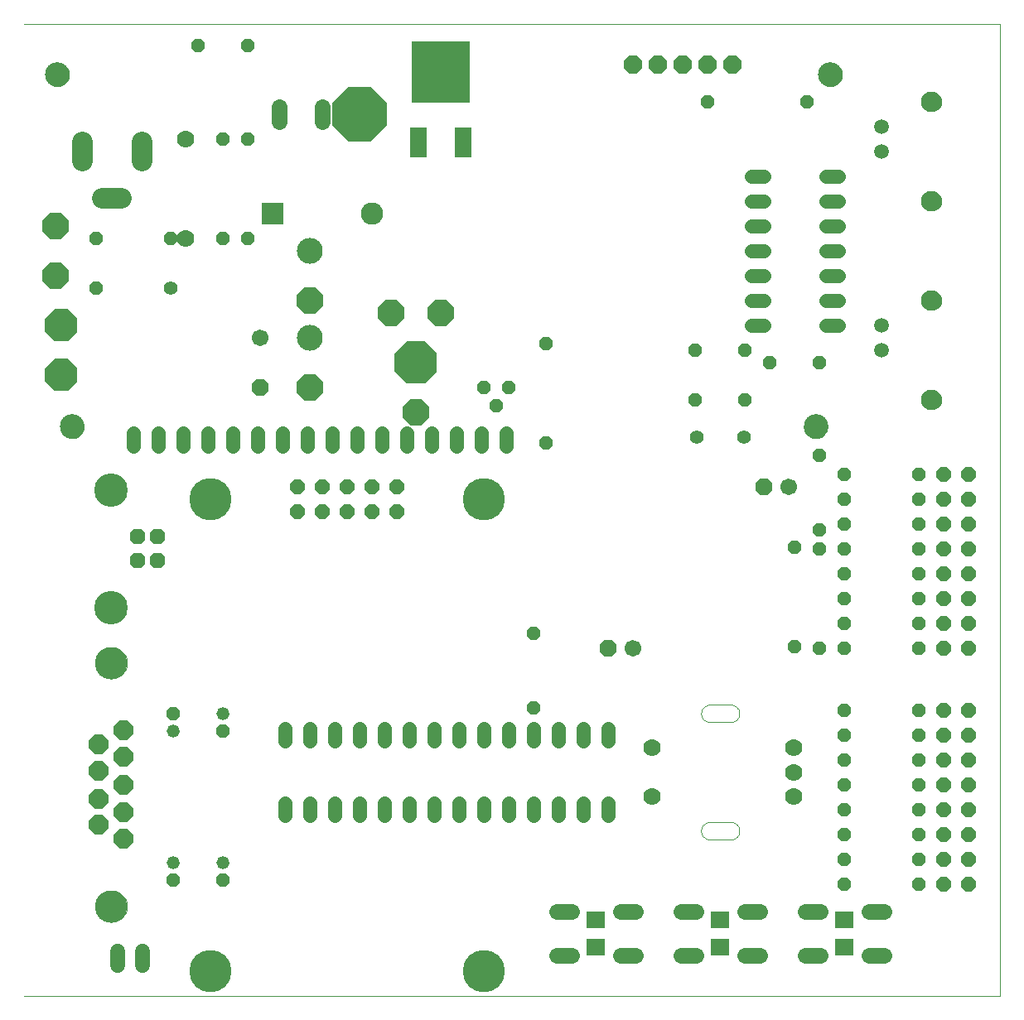
<source format=gbs>
G75*
G70*
%OFA0B0*%
%FSLAX24Y24*%
%IPPOS*%
%LPD*%
%AMOC8*
5,1,8,0,0,1.08239X$1,22.5*
%
%ADD10C,0.0000*%
%ADD11C,0.0560*%
%ADD12C,0.0985*%
%ADD13OC8,0.1040*%
%ADD14C,0.0560*%
%ADD15OC8,0.0560*%
%ADD16OC8,0.0670*%
%ADD17C,0.0670*%
%ADD18C,0.0700*%
%ADD19C,0.0640*%
%ADD20C,0.1040*%
%ADD21C,0.0827*%
%ADD22C,0.0594*%
%ADD23C,0.0827*%
%ADD24R,0.0750X0.0670*%
%ADD25OC8,0.0614*%
%ADD26C,0.1346*%
%ADD27OC8,0.0800*%
%ADD28C,0.1300*%
%ADD29OC8,0.0600*%
%ADD30OC8,0.0520*%
%ADD31C,0.0520*%
%ADD32OC8,0.0740*%
%ADD33C,0.0600*%
%ADD34R,0.2323X0.2481*%
%ADD35R,0.0670X0.1221*%
%ADD36OC8,0.1300*%
%ADD37R,0.0900X0.0900*%
%ADD38C,0.0900*%
%ADD39C,0.1700*%
%ADD40OC8,0.2205*%
%ADD41OC8,0.1700*%
D10*
X002925Y005413D02*
X042167Y005413D01*
X042167Y044533D01*
X002925Y044533D01*
X003777Y042500D02*
X003779Y042543D01*
X003785Y042585D01*
X003795Y042627D01*
X003808Y042668D01*
X003825Y042708D01*
X003846Y042745D01*
X003870Y042781D01*
X003897Y042814D01*
X003927Y042845D01*
X003960Y042873D01*
X003995Y042898D01*
X004032Y042919D01*
X004071Y042937D01*
X004111Y042951D01*
X004153Y042962D01*
X004195Y042969D01*
X004238Y042972D01*
X004281Y042971D01*
X004324Y042966D01*
X004366Y042957D01*
X004407Y042945D01*
X004447Y042929D01*
X004485Y042909D01*
X004521Y042886D01*
X004555Y042859D01*
X004587Y042830D01*
X004615Y042798D01*
X004641Y042763D01*
X004663Y042727D01*
X004682Y042688D01*
X004697Y042648D01*
X004709Y042607D01*
X004717Y042564D01*
X004721Y042521D01*
X004721Y042479D01*
X004717Y042436D01*
X004709Y042393D01*
X004697Y042352D01*
X004682Y042312D01*
X004663Y042273D01*
X004641Y042237D01*
X004615Y042202D01*
X004587Y042170D01*
X004555Y042141D01*
X004521Y042114D01*
X004485Y042091D01*
X004447Y042071D01*
X004407Y042055D01*
X004366Y042043D01*
X004324Y042034D01*
X004281Y042029D01*
X004238Y042028D01*
X004195Y042031D01*
X004153Y042038D01*
X004111Y042049D01*
X004071Y042063D01*
X004032Y042081D01*
X003995Y042102D01*
X003960Y042127D01*
X003927Y042155D01*
X003897Y042186D01*
X003870Y042219D01*
X003846Y042255D01*
X003825Y042292D01*
X003808Y042332D01*
X003795Y042373D01*
X003785Y042415D01*
X003779Y042457D01*
X003777Y042500D01*
X004367Y028326D02*
X004369Y028369D01*
X004375Y028411D01*
X004385Y028453D01*
X004398Y028494D01*
X004415Y028534D01*
X004436Y028571D01*
X004460Y028607D01*
X004487Y028640D01*
X004517Y028671D01*
X004550Y028699D01*
X004585Y028724D01*
X004622Y028745D01*
X004661Y028763D01*
X004701Y028777D01*
X004743Y028788D01*
X004785Y028795D01*
X004828Y028798D01*
X004871Y028797D01*
X004914Y028792D01*
X004956Y028783D01*
X004997Y028771D01*
X005037Y028755D01*
X005075Y028735D01*
X005111Y028712D01*
X005145Y028685D01*
X005177Y028656D01*
X005205Y028624D01*
X005231Y028589D01*
X005253Y028553D01*
X005272Y028514D01*
X005287Y028474D01*
X005299Y028433D01*
X005307Y028390D01*
X005311Y028347D01*
X005311Y028305D01*
X005307Y028262D01*
X005299Y028219D01*
X005287Y028178D01*
X005272Y028138D01*
X005253Y028099D01*
X005231Y028063D01*
X005205Y028028D01*
X005177Y027996D01*
X005145Y027967D01*
X005111Y027940D01*
X005075Y027917D01*
X005037Y027897D01*
X004997Y027881D01*
X004956Y027869D01*
X004914Y027860D01*
X004871Y027855D01*
X004828Y027854D01*
X004785Y027857D01*
X004743Y027864D01*
X004701Y027875D01*
X004661Y027889D01*
X004622Y027907D01*
X004585Y027928D01*
X004550Y027953D01*
X004517Y027981D01*
X004487Y028012D01*
X004460Y028045D01*
X004436Y028081D01*
X004415Y028118D01*
X004398Y028158D01*
X004385Y028199D01*
X004375Y028241D01*
X004369Y028283D01*
X004367Y028326D01*
X005795Y018813D02*
X005797Y018863D01*
X005803Y018913D01*
X005813Y018962D01*
X005827Y019010D01*
X005844Y019057D01*
X005865Y019102D01*
X005890Y019146D01*
X005918Y019187D01*
X005950Y019226D01*
X005984Y019263D01*
X006021Y019297D01*
X006061Y019327D01*
X006103Y019354D01*
X006147Y019378D01*
X006193Y019399D01*
X006240Y019415D01*
X006288Y019428D01*
X006338Y019437D01*
X006387Y019442D01*
X006438Y019443D01*
X006488Y019440D01*
X006537Y019433D01*
X006586Y019422D01*
X006634Y019407D01*
X006680Y019389D01*
X006725Y019367D01*
X006768Y019341D01*
X006809Y019312D01*
X006848Y019280D01*
X006884Y019245D01*
X006916Y019207D01*
X006946Y019167D01*
X006973Y019124D01*
X006996Y019080D01*
X007015Y019034D01*
X007031Y018986D01*
X007043Y018937D01*
X007051Y018888D01*
X007055Y018838D01*
X007055Y018788D01*
X007051Y018738D01*
X007043Y018689D01*
X007031Y018640D01*
X007015Y018592D01*
X006996Y018546D01*
X006973Y018502D01*
X006946Y018459D01*
X006916Y018419D01*
X006884Y018381D01*
X006848Y018346D01*
X006809Y018314D01*
X006768Y018285D01*
X006725Y018259D01*
X006680Y018237D01*
X006634Y018219D01*
X006586Y018204D01*
X006537Y018193D01*
X006488Y018186D01*
X006438Y018183D01*
X006387Y018184D01*
X006338Y018189D01*
X006288Y018198D01*
X006240Y018211D01*
X006193Y018227D01*
X006147Y018248D01*
X006103Y018272D01*
X006061Y018299D01*
X006021Y018329D01*
X005984Y018363D01*
X005950Y018400D01*
X005918Y018439D01*
X005890Y018480D01*
X005865Y018524D01*
X005844Y018569D01*
X005827Y018616D01*
X005813Y018664D01*
X005803Y018713D01*
X005797Y018763D01*
X005795Y018813D01*
X005795Y009013D02*
X005797Y009063D01*
X005803Y009113D01*
X005813Y009162D01*
X005827Y009210D01*
X005844Y009257D01*
X005865Y009302D01*
X005890Y009346D01*
X005918Y009387D01*
X005950Y009426D01*
X005984Y009463D01*
X006021Y009497D01*
X006061Y009527D01*
X006103Y009554D01*
X006147Y009578D01*
X006193Y009599D01*
X006240Y009615D01*
X006288Y009628D01*
X006338Y009637D01*
X006387Y009642D01*
X006438Y009643D01*
X006488Y009640D01*
X006537Y009633D01*
X006586Y009622D01*
X006634Y009607D01*
X006680Y009589D01*
X006725Y009567D01*
X006768Y009541D01*
X006809Y009512D01*
X006848Y009480D01*
X006884Y009445D01*
X006916Y009407D01*
X006946Y009367D01*
X006973Y009324D01*
X006996Y009280D01*
X007015Y009234D01*
X007031Y009186D01*
X007043Y009137D01*
X007051Y009088D01*
X007055Y009038D01*
X007055Y008988D01*
X007051Y008938D01*
X007043Y008889D01*
X007031Y008840D01*
X007015Y008792D01*
X006996Y008746D01*
X006973Y008702D01*
X006946Y008659D01*
X006916Y008619D01*
X006884Y008581D01*
X006848Y008546D01*
X006809Y008514D01*
X006768Y008485D01*
X006725Y008459D01*
X006680Y008437D01*
X006634Y008419D01*
X006586Y008404D01*
X006537Y008393D01*
X006488Y008386D01*
X006438Y008383D01*
X006387Y008384D01*
X006338Y008389D01*
X006288Y008398D01*
X006240Y008411D01*
X006193Y008427D01*
X006147Y008448D01*
X006103Y008472D01*
X006061Y008499D01*
X006021Y008529D01*
X005984Y008563D01*
X005950Y008600D01*
X005918Y008639D01*
X005890Y008680D01*
X005865Y008724D01*
X005844Y008769D01*
X005827Y008816D01*
X005813Y008864D01*
X005803Y008913D01*
X005797Y008963D01*
X005795Y009013D01*
X030512Y011696D02*
X031338Y011696D01*
X031338Y011697D02*
X031375Y011699D01*
X031412Y011705D01*
X031447Y011714D01*
X031482Y011728D01*
X031515Y011744D01*
X031546Y011765D01*
X031575Y011788D01*
X031601Y011814D01*
X031624Y011843D01*
X031645Y011874D01*
X031661Y011907D01*
X031675Y011942D01*
X031684Y011977D01*
X031690Y012014D01*
X031692Y012051D01*
X031690Y012088D01*
X031684Y012125D01*
X031675Y012160D01*
X031661Y012195D01*
X031645Y012228D01*
X031624Y012259D01*
X031601Y012288D01*
X031575Y012314D01*
X031546Y012337D01*
X031515Y012358D01*
X031482Y012374D01*
X031447Y012388D01*
X031412Y012397D01*
X031375Y012403D01*
X031338Y012405D01*
X030512Y012405D01*
X030475Y012403D01*
X030438Y012397D01*
X030403Y012388D01*
X030368Y012374D01*
X030335Y012358D01*
X030304Y012337D01*
X030275Y012314D01*
X030249Y012288D01*
X030226Y012259D01*
X030205Y012228D01*
X030189Y012195D01*
X030175Y012160D01*
X030166Y012125D01*
X030160Y012088D01*
X030158Y012051D01*
X030160Y012014D01*
X030166Y011977D01*
X030175Y011942D01*
X030189Y011907D01*
X030205Y011874D01*
X030226Y011843D01*
X030249Y011814D01*
X030275Y011788D01*
X030304Y011765D01*
X030335Y011744D01*
X030368Y011728D01*
X030403Y011714D01*
X030438Y011705D01*
X030475Y011699D01*
X030512Y011697D01*
X030512Y016421D02*
X031338Y016421D01*
X031375Y016423D01*
X031412Y016429D01*
X031447Y016438D01*
X031482Y016452D01*
X031515Y016468D01*
X031546Y016489D01*
X031575Y016512D01*
X031601Y016538D01*
X031624Y016567D01*
X031645Y016598D01*
X031661Y016631D01*
X031675Y016666D01*
X031684Y016701D01*
X031690Y016738D01*
X031692Y016775D01*
X031690Y016812D01*
X031684Y016849D01*
X031675Y016884D01*
X031661Y016919D01*
X031645Y016952D01*
X031624Y016983D01*
X031601Y017012D01*
X031575Y017038D01*
X031546Y017061D01*
X031515Y017082D01*
X031482Y017098D01*
X031447Y017112D01*
X031412Y017121D01*
X031375Y017127D01*
X031338Y017129D01*
X031338Y017130D02*
X030512Y017130D01*
X030512Y017129D02*
X030475Y017127D01*
X030438Y017121D01*
X030403Y017112D01*
X030368Y017098D01*
X030335Y017082D01*
X030304Y017061D01*
X030275Y017038D01*
X030249Y017012D01*
X030226Y016983D01*
X030205Y016952D01*
X030189Y016919D01*
X030175Y016884D01*
X030166Y016849D01*
X030160Y016812D01*
X030158Y016775D01*
X030160Y016738D01*
X030166Y016701D01*
X030175Y016666D01*
X030189Y016631D01*
X030205Y016598D01*
X030226Y016567D01*
X030249Y016538D01*
X030275Y016512D01*
X030304Y016489D01*
X030335Y016468D01*
X030368Y016452D01*
X030403Y016438D01*
X030438Y016429D01*
X030475Y016423D01*
X030512Y016421D01*
X034289Y028326D02*
X034291Y028369D01*
X034297Y028411D01*
X034307Y028453D01*
X034320Y028494D01*
X034337Y028534D01*
X034358Y028571D01*
X034382Y028607D01*
X034409Y028640D01*
X034439Y028671D01*
X034472Y028699D01*
X034507Y028724D01*
X034544Y028745D01*
X034583Y028763D01*
X034623Y028777D01*
X034665Y028788D01*
X034707Y028795D01*
X034750Y028798D01*
X034793Y028797D01*
X034836Y028792D01*
X034878Y028783D01*
X034919Y028771D01*
X034959Y028755D01*
X034997Y028735D01*
X035033Y028712D01*
X035067Y028685D01*
X035099Y028656D01*
X035127Y028624D01*
X035153Y028589D01*
X035175Y028553D01*
X035194Y028514D01*
X035209Y028474D01*
X035221Y028433D01*
X035229Y028390D01*
X035233Y028347D01*
X035233Y028305D01*
X035229Y028262D01*
X035221Y028219D01*
X035209Y028178D01*
X035194Y028138D01*
X035175Y028099D01*
X035153Y028063D01*
X035127Y028028D01*
X035099Y027996D01*
X035067Y027967D01*
X035033Y027940D01*
X034997Y027917D01*
X034959Y027897D01*
X034919Y027881D01*
X034878Y027869D01*
X034836Y027860D01*
X034793Y027855D01*
X034750Y027854D01*
X034707Y027857D01*
X034665Y027864D01*
X034623Y027875D01*
X034583Y027889D01*
X034544Y027907D01*
X034507Y027928D01*
X034472Y027953D01*
X034439Y027981D01*
X034409Y028012D01*
X034382Y028045D01*
X034358Y028081D01*
X034337Y028118D01*
X034320Y028158D01*
X034307Y028199D01*
X034297Y028241D01*
X034291Y028283D01*
X034289Y028326D01*
X039031Y029413D02*
X039033Y029452D01*
X039039Y029491D01*
X039049Y029529D01*
X039062Y029566D01*
X039079Y029601D01*
X039099Y029635D01*
X039123Y029666D01*
X039150Y029695D01*
X039179Y029721D01*
X039211Y029744D01*
X039245Y029764D01*
X039281Y029780D01*
X039318Y029792D01*
X039357Y029801D01*
X039396Y029806D01*
X039435Y029807D01*
X039474Y029804D01*
X039513Y029797D01*
X039550Y029786D01*
X039587Y029772D01*
X039622Y029754D01*
X039655Y029733D01*
X039686Y029708D01*
X039714Y029681D01*
X039739Y029651D01*
X039761Y029618D01*
X039780Y029584D01*
X039795Y029548D01*
X039807Y029510D01*
X039815Y029472D01*
X039819Y029433D01*
X039819Y029393D01*
X039815Y029354D01*
X039807Y029316D01*
X039795Y029278D01*
X039780Y029242D01*
X039761Y029208D01*
X039739Y029175D01*
X039714Y029145D01*
X039686Y029118D01*
X039655Y029093D01*
X039622Y029072D01*
X039587Y029054D01*
X039550Y029040D01*
X039513Y029029D01*
X039474Y029022D01*
X039435Y029019D01*
X039396Y029020D01*
X039357Y029025D01*
X039318Y029034D01*
X039281Y029046D01*
X039245Y029062D01*
X039211Y029082D01*
X039179Y029105D01*
X039150Y029131D01*
X039123Y029160D01*
X039099Y029191D01*
X039079Y029225D01*
X039062Y029260D01*
X039049Y029297D01*
X039039Y029335D01*
X039033Y029374D01*
X039031Y029413D01*
X039031Y033413D02*
X039033Y033452D01*
X039039Y033491D01*
X039049Y033529D01*
X039062Y033566D01*
X039079Y033601D01*
X039099Y033635D01*
X039123Y033666D01*
X039150Y033695D01*
X039179Y033721D01*
X039211Y033744D01*
X039245Y033764D01*
X039281Y033780D01*
X039318Y033792D01*
X039357Y033801D01*
X039396Y033806D01*
X039435Y033807D01*
X039474Y033804D01*
X039513Y033797D01*
X039550Y033786D01*
X039587Y033772D01*
X039622Y033754D01*
X039655Y033733D01*
X039686Y033708D01*
X039714Y033681D01*
X039739Y033651D01*
X039761Y033618D01*
X039780Y033584D01*
X039795Y033548D01*
X039807Y033510D01*
X039815Y033472D01*
X039819Y033433D01*
X039819Y033393D01*
X039815Y033354D01*
X039807Y033316D01*
X039795Y033278D01*
X039780Y033242D01*
X039761Y033208D01*
X039739Y033175D01*
X039714Y033145D01*
X039686Y033118D01*
X039655Y033093D01*
X039622Y033072D01*
X039587Y033054D01*
X039550Y033040D01*
X039513Y033029D01*
X039474Y033022D01*
X039435Y033019D01*
X039396Y033020D01*
X039357Y033025D01*
X039318Y033034D01*
X039281Y033046D01*
X039245Y033062D01*
X039211Y033082D01*
X039179Y033105D01*
X039150Y033131D01*
X039123Y033160D01*
X039099Y033191D01*
X039079Y033225D01*
X039062Y033260D01*
X039049Y033297D01*
X039039Y033335D01*
X039033Y033374D01*
X039031Y033413D01*
X039031Y037413D02*
X039033Y037452D01*
X039039Y037491D01*
X039049Y037529D01*
X039062Y037566D01*
X039079Y037601D01*
X039099Y037635D01*
X039123Y037666D01*
X039150Y037695D01*
X039179Y037721D01*
X039211Y037744D01*
X039245Y037764D01*
X039281Y037780D01*
X039318Y037792D01*
X039357Y037801D01*
X039396Y037806D01*
X039435Y037807D01*
X039474Y037804D01*
X039513Y037797D01*
X039550Y037786D01*
X039587Y037772D01*
X039622Y037754D01*
X039655Y037733D01*
X039686Y037708D01*
X039714Y037681D01*
X039739Y037651D01*
X039761Y037618D01*
X039780Y037584D01*
X039795Y037548D01*
X039807Y037510D01*
X039815Y037472D01*
X039819Y037433D01*
X039819Y037393D01*
X039815Y037354D01*
X039807Y037316D01*
X039795Y037278D01*
X039780Y037242D01*
X039761Y037208D01*
X039739Y037175D01*
X039714Y037145D01*
X039686Y037118D01*
X039655Y037093D01*
X039622Y037072D01*
X039587Y037054D01*
X039550Y037040D01*
X039513Y037029D01*
X039474Y037022D01*
X039435Y037019D01*
X039396Y037020D01*
X039357Y037025D01*
X039318Y037034D01*
X039281Y037046D01*
X039245Y037062D01*
X039211Y037082D01*
X039179Y037105D01*
X039150Y037131D01*
X039123Y037160D01*
X039099Y037191D01*
X039079Y037225D01*
X039062Y037260D01*
X039049Y037297D01*
X039039Y037335D01*
X039033Y037374D01*
X039031Y037413D01*
X039031Y041413D02*
X039033Y041452D01*
X039039Y041491D01*
X039049Y041529D01*
X039062Y041566D01*
X039079Y041601D01*
X039099Y041635D01*
X039123Y041666D01*
X039150Y041695D01*
X039179Y041721D01*
X039211Y041744D01*
X039245Y041764D01*
X039281Y041780D01*
X039318Y041792D01*
X039357Y041801D01*
X039396Y041806D01*
X039435Y041807D01*
X039474Y041804D01*
X039513Y041797D01*
X039550Y041786D01*
X039587Y041772D01*
X039622Y041754D01*
X039655Y041733D01*
X039686Y041708D01*
X039714Y041681D01*
X039739Y041651D01*
X039761Y041618D01*
X039780Y041584D01*
X039795Y041548D01*
X039807Y041510D01*
X039815Y041472D01*
X039819Y041433D01*
X039819Y041393D01*
X039815Y041354D01*
X039807Y041316D01*
X039795Y041278D01*
X039780Y041242D01*
X039761Y041208D01*
X039739Y041175D01*
X039714Y041145D01*
X039686Y041118D01*
X039655Y041093D01*
X039622Y041072D01*
X039587Y041054D01*
X039550Y041040D01*
X039513Y041029D01*
X039474Y041022D01*
X039435Y041019D01*
X039396Y041020D01*
X039357Y041025D01*
X039318Y041034D01*
X039281Y041046D01*
X039245Y041062D01*
X039211Y041082D01*
X039179Y041105D01*
X039150Y041131D01*
X039123Y041160D01*
X039099Y041191D01*
X039079Y041225D01*
X039062Y041260D01*
X039049Y041297D01*
X039039Y041335D01*
X039033Y041374D01*
X039031Y041413D01*
X034879Y042500D02*
X034881Y042543D01*
X034887Y042585D01*
X034897Y042627D01*
X034910Y042668D01*
X034927Y042708D01*
X034948Y042745D01*
X034972Y042781D01*
X034999Y042814D01*
X035029Y042845D01*
X035062Y042873D01*
X035097Y042898D01*
X035134Y042919D01*
X035173Y042937D01*
X035213Y042951D01*
X035255Y042962D01*
X035297Y042969D01*
X035340Y042972D01*
X035383Y042971D01*
X035426Y042966D01*
X035468Y042957D01*
X035509Y042945D01*
X035549Y042929D01*
X035587Y042909D01*
X035623Y042886D01*
X035657Y042859D01*
X035689Y042830D01*
X035717Y042798D01*
X035743Y042763D01*
X035765Y042727D01*
X035784Y042688D01*
X035799Y042648D01*
X035811Y042607D01*
X035819Y042564D01*
X035823Y042521D01*
X035823Y042479D01*
X035819Y042436D01*
X035811Y042393D01*
X035799Y042352D01*
X035784Y042312D01*
X035765Y042273D01*
X035743Y042237D01*
X035717Y042202D01*
X035689Y042170D01*
X035657Y042141D01*
X035623Y042114D01*
X035587Y042091D01*
X035549Y042071D01*
X035509Y042055D01*
X035468Y042043D01*
X035426Y042034D01*
X035383Y042029D01*
X035340Y042028D01*
X035297Y042031D01*
X035255Y042038D01*
X035213Y042049D01*
X035173Y042063D01*
X035134Y042081D01*
X035097Y042102D01*
X035062Y042127D01*
X035029Y042155D01*
X034999Y042186D01*
X034972Y042219D01*
X034948Y042255D01*
X034927Y042292D01*
X034910Y042332D01*
X034897Y042373D01*
X034887Y042415D01*
X034881Y042457D01*
X034879Y042500D01*
D11*
X035165Y038413D02*
X035685Y038413D01*
X035685Y037413D02*
X035165Y037413D01*
X035165Y036413D02*
X035685Y036413D01*
X035685Y035413D02*
X035165Y035413D01*
X035165Y034413D02*
X035685Y034413D01*
X035685Y033413D02*
X035165Y033413D01*
X035165Y032413D02*
X035685Y032413D01*
X032685Y032413D02*
X032165Y032413D01*
X032165Y033413D02*
X032685Y033413D01*
X032685Y034413D02*
X032165Y034413D01*
X032165Y035413D02*
X032685Y035413D01*
X032685Y036413D02*
X032165Y036413D01*
X032165Y037413D02*
X032685Y037413D01*
X032685Y038413D02*
X032165Y038413D01*
X022312Y028058D02*
X022312Y027538D01*
X021312Y027538D02*
X021312Y028058D01*
X020312Y028058D02*
X020312Y027538D01*
X019312Y027538D02*
X019312Y028058D01*
X018312Y028058D02*
X018312Y027538D01*
X017312Y027538D02*
X017312Y028058D01*
X016312Y028058D02*
X016312Y027538D01*
X015312Y027538D02*
X015312Y028058D01*
X014312Y028058D02*
X014312Y027538D01*
X013312Y027538D02*
X013312Y028058D01*
X012312Y028058D02*
X012312Y027538D01*
X011312Y027538D02*
X011312Y028058D01*
X010312Y028058D02*
X010312Y027538D01*
X009312Y027538D02*
X009312Y028058D01*
X008312Y028058D02*
X008312Y027538D01*
X007312Y027538D02*
X007312Y028058D01*
X013425Y016173D02*
X013425Y015653D01*
X014425Y015653D02*
X014425Y016173D01*
X015425Y016173D02*
X015425Y015653D01*
X016425Y015653D02*
X016425Y016173D01*
X017425Y016173D02*
X017425Y015653D01*
X018425Y015653D02*
X018425Y016173D01*
X019425Y016173D02*
X019425Y015653D01*
X020425Y015653D02*
X020425Y016173D01*
X021425Y016173D02*
X021425Y015653D01*
X022425Y015653D02*
X022425Y016173D01*
X023425Y016173D02*
X023425Y015653D01*
X024425Y015653D02*
X024425Y016173D01*
X025425Y016173D02*
X025425Y015653D01*
X026425Y015653D02*
X026425Y016173D01*
X026425Y013173D02*
X026425Y012653D01*
X025425Y012653D02*
X025425Y013173D01*
X024425Y013173D02*
X024425Y012653D01*
X023425Y012653D02*
X023425Y013173D01*
X022425Y013173D02*
X022425Y012653D01*
X021425Y012653D02*
X021425Y013173D01*
X020425Y013173D02*
X020425Y012653D01*
X019425Y012653D02*
X019425Y013173D01*
X018425Y013173D02*
X018425Y012653D01*
X017425Y012653D02*
X017425Y013173D01*
X016425Y013173D02*
X016425Y012653D01*
X015425Y012653D02*
X015425Y013173D01*
X014425Y013173D02*
X014425Y012653D01*
X013425Y012653D02*
X013425Y013173D01*
D12*
X004839Y028326D03*
X004249Y042500D03*
X034761Y028326D03*
X035351Y042500D03*
D13*
X019675Y032913D03*
X017675Y032913D03*
X014425Y033413D03*
X014425Y029913D03*
X018675Y028913D03*
X004175Y034413D03*
X004175Y036413D03*
D14*
X008800Y033913D03*
X029975Y027913D03*
X031875Y027913D03*
D15*
X031925Y029413D03*
X032925Y030913D03*
X031925Y031413D03*
X029925Y031413D03*
X029925Y029413D03*
X034925Y030913D03*
X034925Y027163D03*
X035925Y026413D03*
X035925Y025413D03*
X035925Y024413D03*
X035925Y023413D03*
X034925Y023413D03*
X034925Y024163D03*
X033925Y023456D03*
X035925Y022413D03*
X035925Y021413D03*
X035925Y020413D03*
X035925Y019413D03*
X034925Y019413D03*
X033925Y019456D03*
X035925Y016913D03*
X035925Y015913D03*
X035925Y014913D03*
X035925Y013913D03*
X035925Y012913D03*
X035925Y011913D03*
X035925Y010913D03*
X035925Y009913D03*
X038925Y009913D03*
X038925Y010913D03*
X038925Y011913D03*
X038925Y012913D03*
X038925Y013913D03*
X038925Y014913D03*
X038925Y015913D03*
X038925Y016913D03*
X038925Y019413D03*
X038925Y020413D03*
X038925Y021413D03*
X038925Y022413D03*
X038925Y023413D03*
X038925Y024413D03*
X038925Y025413D03*
X038925Y026413D03*
X023925Y027663D03*
X021925Y029163D03*
X021425Y029913D03*
X022425Y029913D03*
X023925Y031663D03*
X030425Y041413D03*
X034425Y041413D03*
X011925Y039913D03*
X010925Y039913D03*
X009925Y043663D03*
X011925Y043663D03*
X011925Y035913D03*
X010925Y035913D03*
X008800Y035913D03*
X005800Y035913D03*
X005800Y033913D03*
X023425Y020017D03*
X023425Y017017D03*
D16*
X026425Y019413D03*
X032675Y025913D03*
X012425Y029913D03*
D17*
X012425Y031913D03*
X027425Y019413D03*
X033675Y025913D03*
D18*
X033878Y015397D03*
X033878Y014413D03*
X033878Y013429D03*
X028169Y013429D03*
X028169Y015397D03*
X009425Y035913D03*
X009425Y039913D03*
D19*
X013175Y040613D02*
X013175Y041213D01*
X014925Y041213D02*
X014925Y040613D01*
X024345Y008803D02*
X024945Y008803D01*
X024945Y007023D02*
X024345Y007023D01*
X026905Y007023D02*
X027505Y007023D01*
X027505Y008803D02*
X026905Y008803D01*
X029345Y008803D02*
X029945Y008803D01*
X029945Y007023D02*
X029345Y007023D01*
X031905Y007023D02*
X032505Y007023D01*
X032505Y008803D02*
X031905Y008803D01*
X034345Y008803D02*
X034945Y008803D01*
X034945Y007023D02*
X034345Y007023D01*
X036905Y007023D02*
X037505Y007023D01*
X037505Y008803D02*
X036905Y008803D01*
D20*
X014425Y031913D03*
X014425Y035413D03*
D21*
X007645Y039019D02*
X007645Y039807D01*
X005244Y039807D02*
X005244Y039019D01*
X006031Y037523D02*
X006819Y037523D01*
D22*
X037425Y039413D03*
X037425Y040413D03*
X037425Y032413D03*
X037425Y031413D03*
D23*
X039425Y033413D03*
X039425Y029413D03*
X039425Y037413D03*
X039425Y041413D03*
D24*
X035925Y008473D03*
X035925Y007353D03*
X030925Y007353D03*
X030925Y008473D03*
X025925Y008473D03*
X025925Y007353D03*
D25*
X008279Y022921D03*
X007492Y022921D03*
X007492Y023905D03*
X008279Y023905D03*
D26*
X006425Y025783D03*
X006425Y021043D03*
D27*
X006925Y016101D03*
X006925Y015038D03*
X005925Y015538D03*
X005925Y014476D03*
X006925Y013913D03*
X006925Y012788D03*
X006925Y011725D03*
X005925Y012288D03*
X005925Y013350D03*
D28*
X006425Y009013D03*
X006425Y018813D03*
D29*
X013925Y024913D03*
X013925Y025913D03*
X014925Y025913D03*
X015925Y025913D03*
X016925Y025913D03*
X017925Y025913D03*
X017925Y024913D03*
X016925Y024913D03*
X015925Y024913D03*
X014925Y024913D03*
X039925Y024413D03*
X039925Y025413D03*
X039925Y026413D03*
X040925Y026413D03*
X040925Y025413D03*
X040925Y024413D03*
X040925Y023413D03*
X039925Y023413D03*
X039925Y022413D03*
X040925Y022413D03*
X040925Y021413D03*
X039925Y021413D03*
X039925Y020413D03*
X040925Y020413D03*
X040925Y019413D03*
X039925Y019413D03*
X039925Y016913D03*
X040925Y016913D03*
X040925Y015913D03*
X039925Y015913D03*
X039925Y014913D03*
X040925Y014913D03*
X040925Y013913D03*
X039925Y013913D03*
X039925Y012913D03*
X040925Y012913D03*
X040925Y011913D03*
X039925Y011913D03*
X039925Y010913D03*
X040925Y010913D03*
X040925Y009913D03*
X039925Y009913D03*
D30*
X010925Y010063D03*
X008925Y010063D03*
X010925Y016063D03*
X008925Y016763D03*
D31*
X008925Y016063D03*
X010925Y016763D03*
X010925Y010763D03*
X008925Y010763D03*
D32*
X027425Y042913D03*
X028425Y042913D03*
X029425Y042913D03*
X030425Y042913D03*
X031425Y042913D03*
D33*
X007675Y007193D02*
X007675Y006633D01*
X006675Y006633D02*
X006675Y007193D01*
D34*
X019675Y042600D03*
D35*
X018777Y039773D03*
X020573Y039773D03*
D36*
X004425Y032413D03*
X004425Y030413D03*
D37*
X012925Y036913D03*
D38*
X016925Y036913D03*
D39*
X021425Y025413D03*
X010425Y025413D03*
X010425Y006413D03*
X021425Y006413D03*
D40*
X016425Y040913D03*
D41*
X018675Y030913D03*
M02*

</source>
